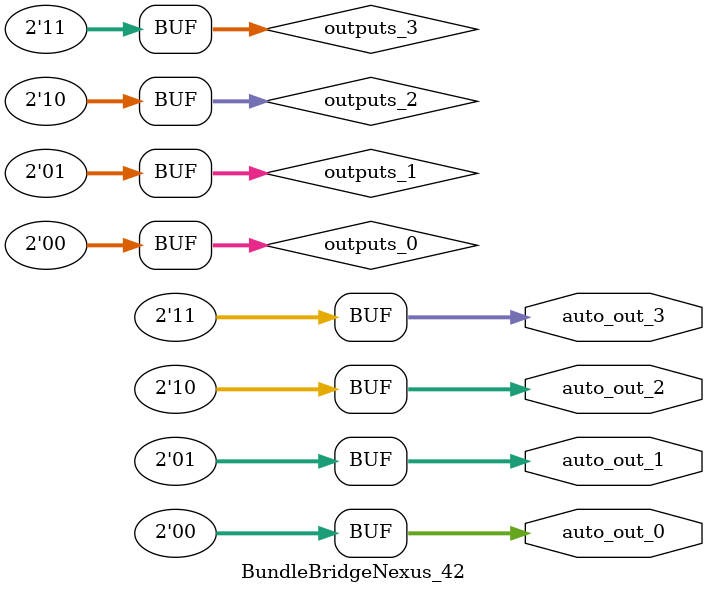
<source format=sv>
`ifndef RANDOMIZE
  `ifdef RANDOMIZE_REG_INIT
    `define RANDOMIZE
  `endif // RANDOMIZE_REG_INIT
`endif // not def RANDOMIZE
`ifndef RANDOMIZE
  `ifdef RANDOMIZE_MEM_INIT
    `define RANDOMIZE
  `endif // RANDOMIZE_MEM_INIT
`endif // not def RANDOMIZE

`ifndef RANDOM
  `define RANDOM $random
`endif // not def RANDOM

// Users can define 'PRINTF_COND' to add an extra gate to prints.
`ifndef PRINTF_COND_
  `ifdef PRINTF_COND
    `define PRINTF_COND_ (`PRINTF_COND)
  `else  // PRINTF_COND
    `define PRINTF_COND_ 1
  `endif // PRINTF_COND
`endif // not def PRINTF_COND_

// Users can define 'ASSERT_VERBOSE_COND' to add an extra gate to assert error printing.
`ifndef ASSERT_VERBOSE_COND_
  `ifdef ASSERT_VERBOSE_COND
    `define ASSERT_VERBOSE_COND_ (`ASSERT_VERBOSE_COND)
  `else  // ASSERT_VERBOSE_COND
    `define ASSERT_VERBOSE_COND_ 1
  `endif // ASSERT_VERBOSE_COND
`endif // not def ASSERT_VERBOSE_COND_

// Users can define 'STOP_COND' to add an extra gate to stop conditions.
`ifndef STOP_COND_
  `ifdef STOP_COND
    `define STOP_COND_ (`STOP_COND)
  `else  // STOP_COND
    `define STOP_COND_ 1
  `endif // STOP_COND
`endif // not def STOP_COND_

// Users can define INIT_RANDOM as general code that gets injected into the
// initializer block for modules with registers.
`ifndef INIT_RANDOM
  `define INIT_RANDOM
`endif // not def INIT_RANDOM

// If using random initialization, you can also define RANDOMIZE_DELAY to
// customize the delay used, otherwise 0.002 is used.
`ifndef RANDOMIZE_DELAY
  `define RANDOMIZE_DELAY 0.002
`endif // not def RANDOMIZE_DELAY

// Define INIT_RANDOM_PROLOG_ for use in our modules below.
`ifndef INIT_RANDOM_PROLOG_
  `ifdef RANDOMIZE
    `ifdef VERILATOR
      `define INIT_RANDOM_PROLOG_ `INIT_RANDOM
    `else  // VERILATOR
      `define INIT_RANDOM_PROLOG_ `INIT_RANDOM #`RANDOMIZE_DELAY begin end
    `endif // VERILATOR
  `else  // RANDOMIZE
    `define INIT_RANDOM_PROLOG_
  `endif // RANDOMIZE
`endif // not def INIT_RANDOM_PROLOG_

module BundleBridgeNexus_42(
  output [1:0] auto_out_3,
               auto_out_2,
               auto_out_1,
               auto_out_0
);

  wire [1:0] outputs_0 = 2'h0;	// @[HasTiles.scala:159:32]
  wire [1:0] outputs_1 = 2'h1;	// @[HasTiles.scala:159:32]
  wire [1:0] outputs_2 = 2'h2;	// @[HasTiles.scala:159:32]
  wire [1:0] outputs_3 = 2'h3;	// @[HasTiles.scala:159:32]
  assign auto_out_3 = outputs_3;	// @[HasTiles.scala:159:32]
  assign auto_out_2 = outputs_2;	// @[HasTiles.scala:159:32]
  assign auto_out_1 = outputs_1;	// @[HasTiles.scala:159:32]
  assign auto_out_0 = outputs_0;	// @[HasTiles.scala:159:32]
endmodule


</source>
